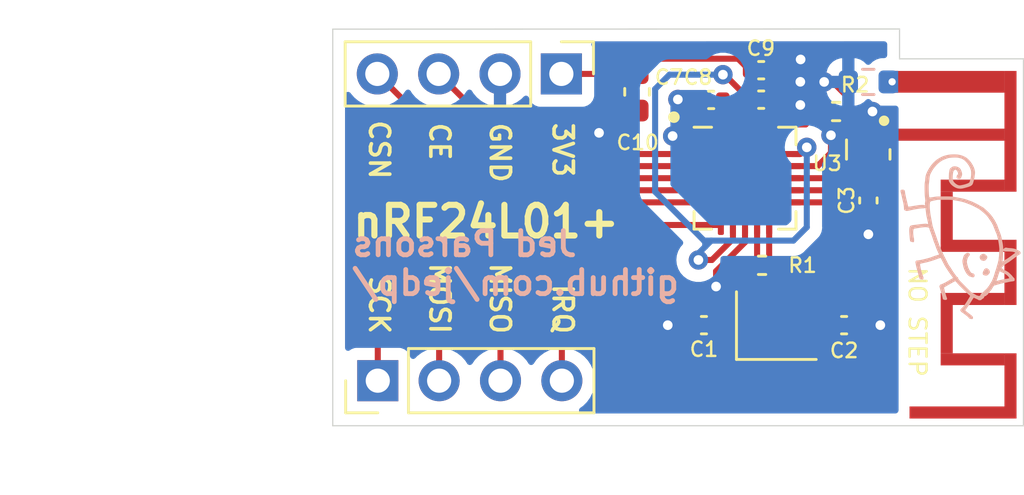
<source format=kicad_pcb>
(kicad_pcb (version 20211014) (generator pcbnew)
  (layers (0 "F.Cu" signal) (31 "B.Cu" signal) (34 "B.Paste" user) (35 "F.Paste" user) (36 "B.SilkS" user "B.Silkscreen") (37 "F.SilkS" user "F.Silkscreen") (38 "B.Mask" user) (39 "F.Mask" user) (44 "Edge.Cuts" user))
  (net 0 "")
  (net 1 "GND")
  (net 2 "XC1")
  (net 3 "XC2")
  (net 4 "VDD_PA")
  (net 5 "ANT2")
  (net 6 "ANT1")
  (net 7 "CE")
  (net 8 "CSN")
  (net 9 "SCK")
  (net 10 "MOSI")
  (net 11 "MISO")
  (net 12 "IRQ")
  (net 13 "Net-(U2-Pad1)")
  (net 14 "Net-(C7-Pad1)")
  (net 15 "Net-(R2-Pad1)")
  (net 19 "VDD")
  (net 20 "Net-(R3-Pad1)")
  (footprint "Capacitor_SMD:C_0402_1005Metric" (layer "F.Cu") (at 169.68 86.7918)
    (fp_text reference "C8" (at -2.613 -0.9268) (layer "F.SilkS") (effects (font (size 0.6 0.6) (thickness 0.1))))
    (fp_text value "1nF" hide)
    (pad "1" smd roundrect (at -0.48 0) (size 0.56 0.62) (layers "F.Cu" "F.Paste" "F.Mask") (net 19 "VDD"))
    (pad "2" smd roundrect (at 0.48 0) (size 0.56 0.62) (layers "F.Cu" "F.Paste" "F.Mask") (net 1 "GND"))
  )
  (footprint "Capacitor_SMD:C_0402_1005Metric" (layer "F.Cu") (at 169.68 85.5718)
    (fp_text reference "C9" (at -0.013 -0.9068) (layer "F.SilkS") (effects (font (size 0.6 0.6) (thickness 0.1))))
    (fp_text value "10nF" hide)
    (pad "1" smd roundrect (at -0.48 0) (size 0.56 0.62) (layers "F.Cu" "F.Paste" "F.Mask") (net 19 "VDD"))
    (pad "2" smd roundrect (at 0.48 0) (size 0.56 0.62) (layers "F.Cu" "F.Paste" "F.Mask") (net 1 "GND"))
  )
  (footprint "RF_Antenna:Antenna_PCB_2.4GHz_50Ohm" (layer "F.Cu") (at 175.35 87.9916)
    (fp_text reference "U2" hide)
    (fp_text value "Antenna_PCB_2.4GHz_50Ohm" hide)
    (pad "1" smd rect (at 3.08 4.85 180) (size 2.64 0.5) (layers "F.Cu" "F.Paste" "F.Mask") (net 13 "Net-(U2-Pad1)"))
    (pad "1" smd rect (at 1.95 -1.94 180) (size 4.9 0.9) (layers "F.Cu" "F.Paste" "F.Mask") (net 13 "Net-(U2-Pad1)"))
    (pad "1" smd rect (at 3.08 2.36 180) (size 2.64 0.5) (layers "F.Cu" "F.Paste" "F.Mask") (net 13 "Net-(U2-Pad1)"))
    (pad "1" smd rect (at 3.08 9.55 180) (size 2.64 0.5) (layers "F.Cu" "F.Paste" "F.Mask") (net 13 "Net-(U2-Pad1)"))
    (pad "1" smd rect (at 4.65 5.95 180) (size 0.5 2.7) (layers "F.Cu" "F.Paste" "F.Mask") (net 13 "Net-(U2-Pad1)"))
    (pad "1" smd rect (at 3.08 7.05 180) (size 2.64 0.5) (layers "F.Cu" "F.Paste" "F.Mask") (net 13 "Net-(U2-Pad1)"))
    (pad "1" smd rect (at 4.65 10.65 180) (size 0.5 2.7) (layers "F.Cu" "F.Paste" "F.Mask") (net 13 "Net-(U2-Pad1)"))
    (pad "1" smd rect (at 2.44 11.75 180) (size 3.94 0.5) (layers "F.Cu" "F.Paste" "F.Mask") (net 13 "Net-(U2-Pad1)"))
    (pad "1" smd rect (at 2.01 8.3 180) (size 0.5 2) (layers "F.Cu" "F.Paste" "F.Mask") (net 13 "Net-(U2-Pad1)"))
    (pad "1" smd rect (at 4.65 0.11 180) (size 0.5 5) (layers "F.Cu" "F.Paste" "F.Mask") (net 13 "Net-(U2-Pad1)"))
    (pad "1" smd rect (at 1.95 0.25) (size 4.9 0.5) (layers "F.Cu" "F.Paste" "F.Mask") (net 13 "Net-(U2-Pad1)"))
    (pad "1" smd rect (at 2.01 3.61 180) (size 0.5 2) (layers "F.Cu" "F.Paste" "F.Mask") (net 13 "Net-(U2-Pad1)"))
    (pad "2" thru_hole rect (at -0.25 -1.94 90) (size 0.9 0.5) (drill 0.3) (layers *.Cu *.Mask) (net 20 "Net-(R3-Pad1)"))
  )
  (footprint "Connector_PinHeader_2.54mm:PinHeader_1x04_P2.54mm_Vertical" (layer "F.Cu") (at 153.807 98.425 90)
    (fp_text reference "J2" hide)
    (fp_text value "Conn_01x04_Female" hide)
    (pad "1" thru_hole rect (at 0 0 90) (size 1.7 1.7) (drill 1) (layers *.Cu *.Mask) (net 9 "SCK"))
    (pad "2" thru_hole oval (at 0 2.54 90) (size 1.7 1.7) (drill 1) (layers *.Cu *.Mask) (net 10 "MOSI"))
    (pad "3" thru_hole oval (at 0 5.08 90) (size 1.7 1.7) (drill 1) (layers *.Cu *.Mask) (net 11 "MISO"))
    (pad "4" thru_hole oval (at 0 7.62 90) (size 1.7 1.7) (drill 1) (layers *.Cu *.Mask) (net 12 "IRQ"))
  )
  (footprint "Capacitor_SMD:C_0603_1608Metric" (layer "F.Cu") (at 164.5404 86.4678 -90)
    (fp_text reference "C10" (at 2.0972 -0.0266 180) (layer "F.SilkS") (effects (font (size 0.6 0.6) (thickness 0.1))))
    (fp_text value "4.7µF" hide)
    (pad "1" smd roundrect (at -0.775 0 270) (size 0.9 0.95) (layers "F.Cu" "F.Paste" "F.Mask") (net 19 "VDD"))
    (pad "2" smd roundrect (at 0.775 0 270) (size 0.9 0.95) (layers "F.Cu" "F.Paste" "F.Mask") (net 1 "GND"))
  )
  (footprint "RF_Converter:Balun_Johanson_1.6x0.8mm" (layer "F.Cu") (at 174.112 88.8566 -90)
    (fp_text reference "U3" (at 0.575 1.7) (layer "F.SilkS") (effects (font (size 0.6 0.6) (thickness 0.1))))
    (fp_text value "Balun_2450BM14A0002" hide)
    (pad "1" smd roundrect (at -0.41 -0.5 90) (size 0.45 0.25) (layers "F.Cu" "F.Paste" "F.Mask") (net 13 "Net-(U2-Pad1)"))
    (pad "2" smd roundrect (at -0.41 0 270) (size 0.45 0.25) (layers "F.Cu" "F.Paste" "F.Mask") (net 1 "GND"))
    (pad "3" smd roundrect (at -0.41 0.5 270) (size 0.45 0.25) (layers "F.Cu" "F.Paste" "F.Mask") (net 5 "ANT2"))
    (pad "4" smd roundrect (at 0.41 0.5 270) (size 0.45 0.25) (layers "F.Cu" "F.Paste" "F.Mask") (net 6 "ANT1"))
    (pad "5" smd roundrect (at 0.41 0 270) (size 0.45 0.25) (layers "F.Cu" "F.Paste" "F.Mask") (net 4 "VDD_PA"))
    (pad "6" smd roundrect (at 0.41 -0.5 270) (size 0.45 0.25) (layers "F.Cu" "F.Paste" "F.Mask"))
  )
  (footprint "Resistor_SMD:R_0402_1005Metric" (layer "F.Cu") (at 172.78 87.2806)
    (fp_text reference "R2" (at 0.787 -1.1038 180) (layer "F.SilkS") (effects (font (size 0.6 0.6) (thickness 0.1))))
    (fp_text value "22k" hide)
    (pad "1" smd roundrect (at -0.51 0) (size 0.54 0.64) (layers "F.Cu" "F.Paste" "F.Mask") (net 15 "Net-(R2-Pad1)"))
    (pad "2" smd roundrect (at 0.51 0) (size 0.54 0.64) (layers "F.Cu" "F.Paste" "F.Mask") (net 1 "GND"))
  )
  (footprint "Connector_PinHeader_2.54mm:PinHeader_1x04_P2.54mm_Vertical" (layer "F.Cu") (at 161.407 85.725 -90)
    (fp_text reference "J1" hide)
    (fp_text value "Conn_01x04_Female" hide)
    (pad "1" thru_hole rect (at 0 0 270) (size 1.7 1.7) (drill 1) (layers *.Cu *.Mask) (net 19 "VDD"))
    (pad "2" thru_hole oval (at 0 2.54 270) (size 1.7 1.7) (drill 1) (layers *.Cu *.Mask) (net 1 "GND"))
    (pad "3" thru_hole oval (at 0 5.08 270) (size 1.7 1.7) (drill 1) (layers *.Cu *.Mask) (net 7 "CE"))
    (pad "4" thru_hole oval (at 0 7.62 270) (size 1.7 1.7) (drill 1) (layers *.Cu *.Mask) (net 8 "CSN"))
  )
  (footprint "Crystal:Crystal_SMD_2520-4Pin_2.5x2.0mm" (layer "F.Cu") (at 170.3062 96.1452)
    (fp_text reference "Y1" hide)
    (fp_text value "Crystal_GND24_Small" hide)
    (pad "1" smd rect (at -0.875 0.7) (size 1.15 1) (layers "F.Cu" "F.Paste" "F.Mask") (net 3 "XC2"))
    (pad "2" smd rect (at 0.875 0.7) (size 1.15 1) (layers "F.Cu" "F.Paste" "F.Mask"))
    (pad "3" smd rect (at 0.875 -0.7) (size 1.15 1) (layers "F.Cu" "F.Paste" "F.Mask") (net 2 "XC1"))
    (pad "4" smd rect (at -0.875 -0.7) (size 1.15 1) (layers "F.Cu" "F.Paste" "F.Mask"))
  )
  (footprint "Capacitor_SMD:C_0402_1005Metric" (layer "F.Cu") (at 167.61 86.8018 180)
    (fp_text reference "C7" (at 1.743 0.9368) (layer "F.SilkS") (effects (font (size 0.6 0.6) (thickness 0.1))))
    (fp_text value "33nF" hide)
    (pad "1" smd roundrect (at -0.48 0 180) (size 0.56 0.62) (layers "F.Cu" "F.Paste" "F.Mask") (net 14 "Net-(C7-Pad1)"))
    (pad "2" smd roundrect (at 0.48 0 180) (size 0.56 0.62) (layers "F.Cu" "F.Paste" "F.Mask") (net 1 "GND"))
  )
  (footprint "Capacitor_SMD:C_0402_1005Metric" (layer "F.Cu") (at 173.112 96.1268)
    (fp_text reference "C2" (at 0 1.05) (layer "F.SilkS") (effects (font (size 0.6 0.6) (thickness 0.1))))
    (fp_text value "22pF" hide)
    (pad "1" smd roundrect (at -0.48 0) (size 0.56 0.62) (layers "F.Cu" "F.Paste" "F.Mask") (net 2 "XC1"))
    (pad "2" smd roundrect (at 0.48 0) (size 0.56 0.62) (layers "F.Cu" "F.Paste" "F.Mask") (net 1 "GND"))
  )
  (footprint "Package_DFN_QFN:QFN-20-1EP_4x4mm_P0.5mm_EP2.5x2.5mm" (layer "F.Cu") (at 169.01 90.0418)
    (fp_text reference "U1" hide)
    (fp_text value "NRF24L01" hide)
    (pad "1" smd roundrect (at -1.9375 -1) (size 0.825 0.25) (layers "F.Cu" "F.Paste" "F.Mask") (net 7 "CE"))
    (pad "2" smd roundrect (at -1.9375 -0.5) (size 0.825 0.25) (layers "F.Cu" "F.Paste" "F.Mask") (net 8 "CSN"))
    (pad "3" smd roundrect (at -1.9375 0) (size 0.825 0.25) (layers "F.Cu" "F.Paste" "F.Mask") (net 9 "SCK"))
    (pad "4" smd roundrect (at -1.9375 0.5) (size 0.825 0.25) (layers "F.Cu" "F.Paste" "F.Mask") (net 10 "MOSI"))
    (pad "5" smd roundrect (at -1.9375 1) (size 0.825 0.25) (layers "F.Cu" "F.Paste" "F.Mask") (net 11 "MISO"))
    (pad "6" smd roundrect (at -1 1.9375) (size 0.25 0.825) (layers "F.Cu" "F.Paste" "F.Mask") (net 12 "IRQ"))
    (pad "7" smd roundrect (at -0.5 1.9375) (size 0.25 0.825) (layers "F.Cu" "F.Paste" "F.Mask") (net 19 "VDD"))
    (pad "8" smd roundrect (at 0 1.9375) (size 0.25 0.825) (layers "F.Cu" "F.Paste" "F.Mask") (net 1 "GND"))
    (pad "9" smd roundrect (at 0.5 1.9375) (size 0.25 0.825) (layers "F.Cu" "F.Paste" "F.Mask") (net 3 "XC2"))
    (pad "10" smd roundrect (at 1 1.9375) (size 0.25 0.825) (layers "F.Cu" "F.Paste" "F.Mask") (net 2 "XC1"))
    (pad "11" smd roundrect (at 1.9375 1) (size 0.825 0.25) (layers "F.Cu" "F.Paste" "F.Mask") (net 4 "VDD_PA"))
    (pad "12" smd roundrect (at 1.9375 0.5) (size 0.825 0.25) (layers "F.Cu" "F.Paste" "F.Mask") (net 6 "ANT1"))
    (pad "13" smd roundrect (at 1.9375 0) (size 0.825 0.25) (layers "F.Cu" "F.Paste" "F.Mask") (net 5 "ANT2"))
    (pad "14" smd roundrect (at 1.9375 -0.5) (size 0.825 0.25) (layers "F.Cu" "F.Paste" "F.Mask") (net 1 "GND"))
    (pad "15" smd roundrect (at 1.9375 -1) (size 0.825 0.25) (layers "F.Cu" "F.Paste" "F.Mask") (net 19 "VDD"))
    (pad "16" smd roundrect (at 1 -1.9375) (size 0.25 0.825) (layers "F.Cu" "F.Paste" "F.Mask") (net 15 "Net-(R2-Pad1)"))
    (pad "17" smd roundrect (at 0.5 -1.9375) (size 0.25 0.825) (layers "F.Cu" "F.Paste" "F.Mask") (net 1 "GND"))
    (pad "18" smd roundrect (at 0 -1.9375) (size 0.25 0.825) (layers "F.Cu" "F.Paste" "F.Mask") (net 19 "VDD"))
    (pad "19" smd roundrect (at -0.5 -1.9375) (size 0.25 0.825) (layers "F.Cu" "F.Paste" "F.Mask") (net 14 "Net-(C7-Pad1)"))
    (pad "20" smd roundrect (at -1 -1.9375) (size 0.25 0.825) (layers "F.Cu" "F.Paste" "F.Mask") (net 1 "GND"))
    (pad "21" smd rect (at 0 0) (size 2.5 2.5) (layers "F.Cu" "F.Mask"))
  )
  (footprint "Resistor_SMD:R_0402_1005Metric" (layer "F.Cu") (at 169.7156 93.6478 180)
    (fp_text reference "R1" (at -1.6764 0) (layer "F.SilkS") (effects (font (size 0.6 0.6) (thickness 0.1))))
    (fp_text value "1M" hide)
    (pad "1" smd roundrect (at -0.51 0 180) (size 0.54 0.64) (layers "F.Cu" "F.Paste" "F.Mask") (net 2 "XC1"))
    (pad "2" smd roundrect (at 0.51 0 180) (size 0.54 0.64) (layers "F.Cu" "F.Paste" "F.Mask") (net 3 "XC2"))
  )
  (footprint "Capacitor_SMD:C_0402_1005Metric" (layer "F.Cu") (at 167.309 96.1268 180)
    (fp_text reference "C1" (at 0 -1) (layer "F.SilkS") (effects (font (size 0.6 0.6) (thickness 0.1))))
    (fp_text value "22pF" hide)
    (pad "1" smd roundrect (at -0.48 0 180) (size 0.56 0.62) (layers "F.Cu" "F.Paste" "F.Mask") (net 3 "XC2"))
    (pad "2" smd roundrect (at 0.48 0 180) (size 0.56 0.62) (layers "F.Cu" "F.Paste" "F.Mask") (net 1 "GND"))
  )
  (footprint "Capacitor_SMD:C_0402_1005Metric" (layer "F.Cu") (at 174.117 90.965 -90)
    (fp_text reference "C3" (at 0 0.9 90) (layer "F.SilkS") (effects (font (size 0.6 0.6) (thickness 0.1))))
    (fp_text value "2.2nF" hide)
    (pad "1" smd roundrect (at -0.48 0 270) (size 0.56 0.62) (layers "F.Cu" "F.Paste" "F.Mask") (net 4 "VDD_PA"))
    (pad "2" smd roundrect (at 0.48 0 270) (size 0.56 0.62) (layers "F.Cu" "F.Paste" "F.Mask") (net 1 "GND"))
  )
  (footprint "LOGO" (layer "B.Cu") (at 177.845 92.3906 90)
    (fp_text reference "G***" hide)
    (fp_text value "LOGO" hide)
  )
  (footprint "Resistor_SMD:R_0603_1608Metric" (layer "B.Cu") (at 174.112 86.0566 180)
    (fp_text reference "R3" hide)
    (fp_text value "0k" hide)
    (pad "1" smd roundrect (at -0.825 0 180) (size 0.8 0.95) (layers "B.Cu" "B.Paste" "B.Mask") (net 20 "Net-(R3-Pad1)"))
    (pad "2" smd roundrect (at 0.825 0 180) (size 0.8 0.95) (layers "B.Cu" "B.Paste" "B.Mask") (net 1 "GND"))
  )
  (gr_circle (center 174.767 87.665) (end 174.908421 87.665) (layer "F.SilkS") (width 0.15) (fill solid))
  (gr_circle (center 166.067 87.515) (end 166.246605 87.515) (layer "F.SilkS") (width 0.12) (fill solid))
  (gr_line (start 180.5374 85.1008) (end 180.5374 100.29) (layer "Edge.Cuts") (width 0.05))
  (gr_line (start 175.4066 83.865) (end 175.4066 85.1008) (layer "Edge.Cuts") (width 0.05))
  (gr_line (start 175.4066 85.1008) (end 180.5374 85.1008) (layer "Edge.Cuts") (width 0.05))
  (gr_line (start 151.942 100.29) (end 151.942 83.8708) (layer "Edge.Cuts") (width 0.05))
  (gr_line (start 151.942 83.8708) (end 175.4066 83.865) (layer "Edge.Cuts") (width 0.05))
  (gr_line (start 180.5374 100.29) (end 151.942 100.29) (layer "Edge.Cuts") (width 0.05))
  (gr_text "Jed Parsons\ngithub.com/jedp/" (at 152.642 93.565) (layer "B.SilkS") (effects (font (size 1 1) (thickness 0.2)) (justify right mirror)))
  (gr_text "nRF24L01+" (at 158.292 91.84) (layer "F.SilkS") (effects (font (size 1.27 1.27) (thickness 0.254))))
  (gr_text "CE" (at 156.367 87.665 270) (layer "F.SilkS") (effects (font (size 0.8 0.8)) (justify left)))
  (gr_text "CSN" (at 153.867 87.565 270) (layer "F.SilkS") (effects (font (size 0.8 0.8)) (justify left)))
  (gr_text "GND" (at 158.867 87.665 270) (layer "F.SilkS") (effects (font (size 0.8 0.8)) (justify left)))
  (gr_text "3V3" (at 161.467 87.665 270) (layer "F.SilkS") (effects (font (size 0.8 0.8)) (justify left)))
  (gr_text "IRQ" (at 161.467 96.565 270) (layer "F.SilkS") (effects (font (size 0.8 0.8)) (justify right)))
  (gr_text "NO STEP" (at 176.1432 95.9974 270) (layer "F.SilkS") (effects (font (size 0.7 0.7) (thickness 0.1))))
  (gr_text "MISO" (at 158.867 96.565 270) (layer "F.SilkS") (effects (font (size 0.8 0.8)) (justify right)))
  (gr_text "MOSI" (at 156.367 96.565 270) (layer "F.SilkS") (effects (font (size 0.8 0.8)) (justify right)))
  (gr_text "SCK" (at 153.867 96.565 270) (layer "F.SilkS") (effects (font (size 0.8 0.8)) (justify right)))
  (segment (start 162.967 88.165) (end 163.6182 88.165) (width 0.25) (layer "F.Cu") (net 1))
  (segment (start 166.2059 88.1043) (end 166.0136 88.2966) (width 0.25) (layer "F.Cu") (net 1))
  (segment (start 166.25 86.8018) (end 166.23 86.7818) (width 0.25) (layer "F.Cu") (net 1))
  (segment (start 168.01 88.1043) (end 166.2059 88.1043) (width 0.25) (layer "F.Cu") (net 1))
  (segment (start 165.812 96.1268) (end 166.829 96.1268) (width 0.25) (layer "F.Cu") (net 1))
  (segment (start 167.13 86.8018) (end 166.25 86.8018) (width 0.25) (layer "F.Cu") (net 1))
  (segment (start 172.637 86.0566) (end 173.29 86.7096) (width 0.25) (layer "F.Cu") (net 1))
  (segment (start 172.287 86.0566) (end 172.637 86.0566) (width 0.25) (layer "F.Cu") (net 1))
  (segment (start 169.51 87.643792) (end 169.786992 87.3668) (width 0.25) (layer "F.Cu") (net 1))
  (segment (start 163.6182 88.165) (end 164.5404 87.2428) (width 0.25) (layer "F.Cu") (net 1))
  (segment (start 170.867 85.5718) (end 171.312 85.1268) (width 0.25) (layer "F.Cu") (net 1))
  (segment (start 170.16 85.5718) (end 170.867 85.5718) (width 0.25) (layer "F.Cu") (net 1))
  (segment (start 170.945 87.3668) (end 171.3 87.0118) (width 0.25) (layer "F.Cu") (net 1))
  (segment (start 167.812 93.890996) (end 169.01 92.692996) (width 0.25) (layer "F.Cu") (net 1))
  (segment (start 167.812 94.5268) (end 167.812 93.890996) (width 0.25) (layer "F.Cu") (net 1))
  (segment (start 170.9475 89.5418) (end 172.015505 89.5418) (width 0.25) (layer "F.Cu") (net 1))
  (segment (start 169.51 88.1043) (end 169.51 87.643792) (width 0.25) (layer "F.Cu") (net 1))
  (segment (start 174.112 88.4466) (end 174.112 87.9816) (width 0.25) (layer "F.Cu") (net 1))
  (segment (start 169.786992 87.3668) (end 170.945 87.3668) (width 0.25) (layer "F.Cu") (net 1))
  (segment (start 174.112 87.9816) (end 174.287 87.8066) (width 0.25) (layer "F.Cu") (net 1))
  (segment (start 170.56 86.7918) (end 171.3 86.0518) (width 0.25) (layer "F.Cu") (net 1))
  (segment (start 174.612 96.1268) (end 173.592 96.1268) (width 0.25) (layer "F.Cu") (net 1))
  (segment (start 170.16 86.7918) (end 170.56 86.7918) (width 0.25) (layer "F.Cu") (net 1))
  (segment (start 174.117 91.445) (end 174.117 92.365) (width 0.25) (layer "F.Cu") (net 1))
  (segment (start 172.015505 89.5418) (end 172.567 88.990305) (width 0.25) (layer "F.Cu") (net 1))
  (segment (start 173.29 86.7096) (end 173.29 87.2806) (width 0.25) (layer "F.Cu") (net 1))
  (segment (start 169.01 92.692996) (end 169.01 91.9793) (width 0.25) (layer "F.Cu") (net 1))
  (segment (start 172.567 88.990305) (end 172.567 88.265) (width 0.25) (layer "F.Cu") (net 1))
  (segment (start 174.287 87.8066) (end 174.287 87.2816) (width 0.25) (layer "F.Cu") (net 1))
  (via (at 165.812 96.1268) (size 0.8) (drill 0.4) (layers "F.Cu" "B.Cu") (net 1))
  (via (at 166.23 86.7818) (size 0.8) (drill 0.4) (layers "F.Cu" "B.Cu") (net 1))
  (via (at 174.117 92.365) (size 0.8) (drill 0.4) (layers "F.Cu" "B.Cu") (net 1))
  (via (at 167.812 94.5268) (size 0.8) (drill 0.4) (layers "F.Cu" "B.Cu") (net 1))
  (via (at 171.312 85.1268) (size 0.8) (drill 0.4) (layers "F.Cu" "B.Cu") (net 1))
  (via (at 172.287 86.0566) (size 0.8) (drill 0.4) (layers "F.Cu" "B.Cu") (net 1))
  (via (at 166.0136 88.2966) (size 0.8) (drill 0.4) (layers "F.Cu" "B.Cu") (net 1))
  (via (at 174.287 87.2816) (size 0.8) (drill 0.4) (layers "F.Cu" "B.Cu") (net 1))
  (via (at 174.612 96.1268) (size 0.8) (drill 0.4) (layers "F.Cu" "B.Cu") (net 1))
  (via (at 171.3 86.0518) (size 0.8) (drill 0.4) (layers "F.Cu" "B.Cu") (net 1))
  (via (at 171.3 87.0118) (size 0.8) (drill 0.4) (layers "F.Cu" "B.Cu") (net 1))
  (via (at 162.967 88.165) (size 0.8) (drill 0.4) (layers "F.Cu" "B.Cu") (net 1))
  (via (at 172.567 88.265) (size 0.8) (drill 0.4) (layers "F.Cu" "B.Cu") (net 1))
  (segment (start 170.2256 93.6478) (end 170.2256 94.4896) (width 0.25) (layer "F.Cu") (net 2))
  (segment (start 170.01 91.9793) (end 170.01 93.4322) (width 0.25) (layer "F.Cu") (net 2))
  (segment (start 171.9504 95.4452) (end 171.1812 95.4452) (width 0.25) (layer "F.Cu") (net 2))
  (segment (start 170.2256 94.4896) (end 171.1812 95.4452) (width 0.25) (layer "F.Cu") (net 2))
  (segment (start 172.632 96.1268) (end 171.9504 95.4452) (width 0.25) (layer "F.Cu") (net 2))
  (segment (start 170.01 93.4322) (end 170.2256 93.6478) (width 0.25) (layer "F.Cu") (net 2))
  (segment (start 168.5312 94.7228) (end 168.5312 95.3846) (width 0.25) (layer "F.Cu") (net 3))
  (segment (start 169.2056 94.0484) (end 168.5312 94.7228) (width 0.25) (layer "F.Cu") (net 3))
  (segment (start 169.51 91.9793) (end 169.51 93.3434) (width 0.25) (layer "F.Cu") (net 3))
  (segment (start 168.5312 95.3846) (end 167.789 96.1268) (width 0.25) (layer "F.Cu") (net 3))
  (segment (start 169.51 93.3434) (end 169.2056 93.6478) (width 0.25) (layer "F.Cu") (net 3))
  (segment (start 168.5074 96.8452) (end 169.4312 96.8452) (width 0.25) (layer "F.Cu") (net 3))
  (segment (start 167.789 96.1268) (end 168.5074 96.8452) (width 0.25) (layer "F.Cu") (net 3))
  (segment (start 169.2056 93.6478) (end 169.2056 94.0484) (width 0.25) (layer "F.Cu") (net 3))
  (segment (start 174.117 90.485) (end 174.117 89.715) (width 0.25) (layer "F.Cu") (net 4))
  (segment (start 174.112 89.2666) (end 174.112 89.71) (width 0.25) (layer "F.Cu") (net 4))
  (segment (start 173.552591 91.0418) (end 174.109391 90.485) (width 0.25) (layer "F.Cu") (net 4))
  (segment (start 174.117 89.715) (end 174.112 89.71) (width 0.25) (layer "F.Cu") (net 4))
  (segment (start 170.9475 91.0418) (end 173.552591 91.0418) (width 0.25) (layer "F.Cu") (net 4))
  (segment (start 174.109391 90.485) (end 174.117 90.485) (width 0.25) (layer "F.Cu") (net 4))
  (segment (start 173.162 89.27) (end 173.162 88.943592) (width 0.25) (layer "F.Cu") (net 5))
  (segment (start 170.9475 90.0418) (end 172.3902 90.0418) (width 0.25) (layer "F.Cu") (net 5))
  (segment (start 173.326492 88.7791) (end 173.317 88.7791) (width 0.25) (layer "F.Cu") (net 5))
  (segment (start 172.3902 90.0418) (end 173.162 89.27) (width 0.25) (layer "F.Cu") (net 5))
  (segment (start 173.612 88.4466) (end 173.612 88.493592) (width 0.25) (layer "F.Cu") (net 5))
  (segment (start 173.162 88.943592) (end 173.326492 88.7791) (width 0.25) (layer "F.Cu") (net 5))
  (segment (start 173.612 88.493592) (end 173.326492 88.7791) (width 0.25) (layer "F.Cu") (net 5))
  (segment (start 172.8902 90.5418) (end 173.612 89.82) (width 0.25) (layer "F.Cu") (net 6))
  (segment (start 170.9475 90.5418) (end 172.8902 90.5418) (width 0.25) (layer "F.Cu") (net 6))
  (segment (start 173.612 89.82) (end 173.612 89.2666) (width 0.25) (layer "F.Cu") (net 6))
  (segment (start 159.6438 89.0418) (end 156.327 85.725) (width 0.25) (layer "F.Cu") (net 7))
  (segment (start 167.0725 89.0418) (end 159.6438 89.0418) (width 0.25) (layer "F.Cu") (net 7))
  (segment (start 167.0725 89.5418) (end 157.6038 89.5418) (width 0.25) (layer "F.Cu") (net 8))
  (segment (start 157.6038 89.5418) (end 153.787 85.725) (width 0.25) (layer "F.Cu") (net 8))
  (segment (start 157.5902 90.0418) (end 153.807 93.825) (width 0.25) (layer "F.Cu") (net 9))
  (segment (start 153.807 93.825) (end 153.807 98.425) (width 0.25) (layer "F.Cu") (net 9))
  (segment (start 167.0725 90.0418) (end 157.5902 90.0418) (width 0.25) (layer "F.Cu") (net 9))
  (segment (start 167.0725 90.5418) (end 159.8902 90.5418) (width 0.25) (layer "F.Cu") (net 10))
  (segment (start 156.347 94.085) (end 156.347 98.425) (width 0.25) (layer "F.Cu") (net 10))
  (segment (start 159.8902 90.5418) (end 156.347 94.085) (width 0.25) (layer "F.Cu") (net 10))
  (segment (start 158.887 94.245) (end 158.887 98.425) (width 0.25) (layer "F.Cu") (net 11))
  (segment (start 167.0725 91.0418) (end 162.0902 91.0418) (width 0.25) (layer "F.Cu") (net 11))
  (segment (start 162.0902 91.0418) (end 158.887 94.245) (width 0.25) (layer "F.Cu") (net 11))
  (segment (start 161.427 94.305) (end 161.427 98.425) (width 0.25) (layer "F.Cu") (net 12))
  (segment (start 168.01 91.9793) (end 163.7527 91.9793) (width 0.25) (layer "F.Cu") (net 12))
  (segment (start 163.7527 91.9793) (end 161.427 94.305) (width 0.25) (layer "F.Cu") (net 12))
  (segment (start 174.995 88.2316) (end 175.005 88.2416) (width 0.25) (layer "F.Cu") (net 13))
  (segment (start 177.3 88.2416) (end 174.817 88.2416) (width 0.3048) (layer "F.Cu") (net 13))
  (segment (start 174.817 88.2416) (end 174.612 88.4466) (width 0.3048) (layer "F.Cu") (net 13))
  (segment (start 168.51 87.2218) (end 168.09 86.8018) (width 0.25) (layer "F.Cu") (net 14))
  (segment (start 168.51 88.1043) (end 168.51 87.2218) (width 0.25) (layer "F.Cu") (net 14))
  (segment (start 170.01 88.1043) (end 170.2975 87.8168) (width 0.25) (layer "F.Cu") (net 15))
  (segment (start 171.520305 87.8168) (end 172.056505 87.2806) (width 0.25) (layer "F.Cu") (net 15))
  (segment (start 170.2975 87.8168) (end 171.520305 87.8168) (width 0.25) (layer "F.Cu") (net 15))
  (segment (start 172.056505 87.2806) (end 172.27 87.2806) (width 0.25) (layer "F.Cu") (net 15))
  (segment (start 167.6392 93.4274) (end 167.0804 93.4274) (width 0.25) (layer "F.Cu") (net 19))
  (segment (start 168.7244 85.0962) (end 169.2 85.5718) (width 0.25) (layer "F.Cu") (net 19))
  (segment (start 168.51 92.5566) (end 167.6392 93.4274) (width 0.25) (layer "F.Cu") (net 19))
  (segment (start 164.5404 85.6042) (end 165.0484 85.0962) (width 0.25) (layer "F.Cu") (net 19))
  (segment (start 164.5082 85.725) (end 164.5404 85.6928) (width 0.25) (layer "F.Cu") (net 19))
  (segment (start 168.1648 85.7566) (end 169.2 86.7918) (width 0.25) (layer "F.Cu") (net 19))
  (segment (start 169.2 86.7918) (end 169.2 85.5718) (width 0.25) (layer "F.Cu") (net 19))
  (segment (start 168.51 91.9793) (end 168.51 92.5566) (width 0.25) (layer "F.Cu") (net 19))
  (segment (start 170.9475 89.0418) (end 171.2902 89.0418) (width 0.25) (layer "F.Cu") (net 19))
  (segment (start 161.407 85.725) (end 164.5082 85.725) (width 0.25) (layer "F.Cu") (net 19))
  (segment (start 165.0484 85.0962) (end 168.7244 85.0962) (width 0.25) (layer "F.Cu") (net 19))
  (segment (start 168.0964 85.7566) (end 168.1648 85.7566) (width 0.25) (layer "F.Cu") (net 19))
  (segment (start 169.01 88.1043) (end 169.01 86.9818) (width 0.25) (layer "F.Cu") (net 19))
  (segment (start 169.01 86.9818) (end 169.2 86.7918) (width 0.25) (layer "F.Cu") (net 19))
  (segment (start 171.2902 89.0418) (end 171.567 88.765) (width 0.25) (layer "F.Cu") (net 19))
  (segment (start 164.5404 85.6928) (end 164.5404 85.6042) (width 0.25) (layer "F.Cu") (net 19))
  (via (at 171.567 88.765) (size 0.8) (drill 0.4) (layers "F.Cu" "B.Cu") (net 19))
  (via (at 168.0964 85.7566) (size 0.8) (drill 0.4) (layers "F.Cu" "B.Cu") (net 19))
  (via (at 167.0804 93.4274) (size 0.8) (drill 0.4) (layers "F.Cu" "B.Cu") (net 19))
  (segment (start 167.0804 93.1584) (end 167.0804 93.4274) (width 0.25) (layer "B.Cu") (net 19))
  (segment (start 165.2886 90.6034) (end 165.2886 86.3502) (width 0.25) (layer "B.Cu") (net 19))
  (segment (start 167.362 92.6768) (end 167.312 92.6268) (width 0.25) (layer "B.Cu") (net 19))
  (segment (start 167.612 92.6268) (end 167.362 92.8768) (width 0.25) (layer "B.Cu") (net 19))
  (segment (start 167.312 92.6268) (end 165.2886 90.6034) (width 0.25) (layer "B.Cu") (net 19))
  (segment (start 167.612 92.6268) (end 171.012 92.6268) (width 0.25) (layer "B.Cu") (net 19))
  (segment (start 165.8822 85.7566) (end 168.0964 85.7566) (width 0.25) (layer "B.Cu") (net 19))
  (segment (start 171.567 88.765) (end 171.567 92.0718) (width 0.25) (layer "B.Cu") (net 19))
  (segment (start 167.362 92.8768) (end 167.362 92.6768) (width 0.25) (layer "B.Cu") (net 19))
  (segment (start 171.012 92.6268) (end 171.567 92.0718) (width 0.25) (layer "B.Cu") (net 19))
  (segment (start 167.612 92.6268) (end 167.312 92.6268) (width 0.25) (layer "B.Cu") (net 19))
  (segment (start 165.2886 86.3502) (end 165.8822 85.7566) (width 0.25) (layer "B.Cu") (net 19))
  (segment (start 167.362 92.8768) (end 167.0804 93.1584) (width 0.25) (layer "B.Cu") (net 19))
  (zone (net 1) (net_name "GND") (layer "B.Cu") (connect_pads (clearance 0.508)) (min_thickness 0.254) (fill yes (thermal_gap 0.508) (thermal_bridge_width 0.508))
    (polygon (pts (xy 175.367 103.165) (xy 138.167 103.165) (xy 138.167 82.665) (xy 175.367 82.665)))
  )
)
</source>
